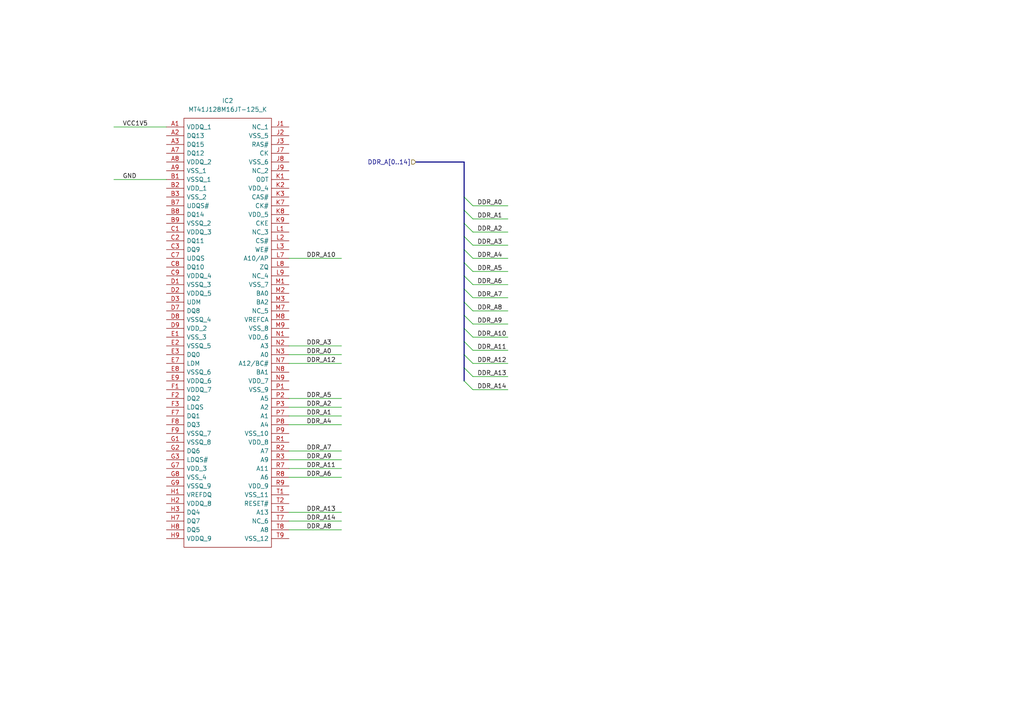
<source format=kicad_sch>
(kicad_sch (version 20211123) (generator eeschema)
  (paper "A4")
  (lib_symbols
    (symbol "MT41J128M16JT-125_K:MT41J128M16JT-125_K" (pin_names (offset 0.762))
      (property "Reference" "IC" (at 31.75 7.62 0))
      (property "Value" "MT41J128M16JT-125_K" (at 31.75 5.08 0))
      (symbol "MT41J128M16JT-125_K_0_0"
        (pin passive line (at 0 0 0) (length 5.08) (name "VDDQ_1") (number "A1"))
        (pin passive line (at 0 -2.54 0) (length 5.08) (name "DQ13") (number "A2"))
        (pin passive line (at 0 -5.08 0) (length 5.08) (name "DQ15") (number "A3"))
        (pin passive line (at 0 -7.62 0) (length 5.08) (name "DQ12") (number "A7"))
        (pin passive line (at 0 -10.16 0) (length 5.08) (name "VDDQ_2") (number "A8"))
        (pin passive line (at 0 -12.7 0) (length 5.08) (name "VSS_1") (number "A9"))
        (pin passive line (at 0 -15.24 0) (length 5.08) (name "VSSQ_1") (number "B1"))
        (pin passive line (at 0 -17.78 0) (length 5.08) (name "VDD_1") (number "B2"))
        (pin passive line (at 0 -20.32 0) (length 5.08) (name "VSS_2") (number "B3"))
        (pin passive line (at 0 -22.86 0) (length 5.08) (name "UDQS#") (number "B7"))
        (pin passive line (at 0 -25.4 0) (length 5.08) (name "DQ14") (number "B8"))
        (pin passive line (at 0 -27.94 0) (length 5.08) (name "VSSQ_2") (number "B9"))
        (pin passive line (at 0 -30.48 0) (length 5.08) (name "VDDQ_3") (number "C1"))
        (pin passive line (at 0 -33.02 0) (length 5.08) (name "DQ11") (number "C2"))
        (pin passive line (at 0 -35.56 0) (length 5.08) (name "DQ9") (number "C3"))
        (pin passive line (at 0 -38.1 0) (length 5.08) (name "UDQS") (number "C7"))
        (pin passive line (at 0 -40.64 0) (length 5.08) (name "DQ10") (number "C8"))
        (pin passive line (at 0 -43.18 0) (length 5.08) (name "VDDQ_4") (number "C9"))
        (pin passive line (at 0 -45.72 0) (length 5.08) (name "VSSQ_3") (number "D1"))
        (pin passive line (at 0 -48.26 0) (length 5.08) (name "VDDQ_5") (number "D2"))
        (pin passive line (at 0 -50.8 0) (length 5.08) (name "UDM") (number "D3"))
        (pin passive line (at 0 -53.34 0) (length 5.08) (name "DQ8") (number "D7"))
        (pin passive line (at 0 -55.88 0) (length 5.08) (name "VSSQ_4") (number "D8"))
        (pin passive line (at 0 -58.42 0) (length 5.08) (name "VDD_2") (number "D9"))
        (pin passive line (at 0 -60.96 0) (length 5.08) (name "VSS_3") (number "E1"))
        (pin passive line (at 0 -63.5 0) (length 5.08) (name "VSSQ_5") (number "E2"))
        (pin passive line (at 0 -66.04 0) (length 5.08) (name "DQ0") (number "E3"))
        (pin passive line (at 0 -68.58 0) (length 5.08) (name "LDM") (number "E7"))
        (pin passive line (at 0 -71.12 0) (length 5.08) (name "VSSQ_6") (number "E8"))
        (pin passive line (at 0 -73.66 0) (length 5.08) (name "VDDQ_6") (number "E9"))
        (pin passive line (at 0 -76.2 0) (length 5.08) (name "VDDQ_7") (number "F1"))
        (pin passive line (at 0 -78.74 0) (length 5.08) (name "DQ2") (number "F2"))
        (pin passive line (at 0 -81.28 0) (length 5.08) (name "LDQS") (number "F3"))
        (pin passive line (at 0 -83.82 0) (length 5.08) (name "DQ1") (number "F7"))
        (pin passive line (at 0 -86.36 0) (length 5.08) (name "DQ3") (number "F8"))
        (pin passive line (at 0 -88.9 0) (length 5.08) (name "VSSQ_7") (number "F9"))
        (pin passive line (at 0 -91.44 0) (length 5.08) (name "VSSQ_8") (number "G1"))
        (pin passive line (at 0 -93.98 0) (length 5.08) (name "DQ6") (number "G2"))
        (pin passive line (at 0 -96.52 0) (length 5.08) (name "LDQS#") (number "G3"))
        (pin passive line (at 0 -99.06 0) (length 5.08) (name "VDD_3") (number "G7"))
        (pin passive line (at 0 -101.6 0) (length 5.08) (name "VSS_4") (number "G8"))
        (pin passive line (at 0 -104.14 0) (length 5.08) (name "VSSQ_9") (number "G9"))
        (pin passive line (at 0 -106.68 0) (length 5.08) (name "VREFDQ") (number "H1"))
        (pin passive line (at 0 -109.22 0) (length 5.08) (name "VDDQ_8") (number "H2"))
        (pin passive line (at 0 -111.76 0) (length 5.08) (name "DQ4") (number "H3"))
        (pin passive line (at 0 -114.3 0) (length 5.08) (name "DQ7") (number "H7"))
        (pin passive line (at 0 -116.84 0) (length 5.08) (name "DQ5") (number "H8"))
        (pin passive line (at 0 -119.38 0) (length 5.08) (name "VDDQ_9") (number "H9"))
        (pin passive line (at 35.56 0 180) (length 5.08) (name "NC_1") (number "J1"))
        (pin passive line (at 35.56 -2.54 180) (length 5.08) (name "VSS_5") (number "J2"))
        (pin passive line (at 35.56 -5.08 180) (length 5.08) (name "RAS#") (number "J3"))
        (pin passive line (at 35.56 -7.62 180) (length 5.08) (name "CK") (number "J7"))
        (pin passive line (at 35.56 -10.16 180) (length 5.08) (name "VSS_6") (number "J8"))
        (pin passive line (at 35.56 -12.7 180) (length 5.08) (name "NC_2") (number "J9"))
        (pin passive line (at 35.56 -15.24 180) (length 5.08) (name "ODT") (number "K1"))
        (pin passive line (at 35.56 -17.78 180) (length 5.08) (name "VDD_4") (number "K2"))
        (pin passive line (at 35.56 -20.32 180) (length 5.08) (name "CAS#") (number "K3"))
        (pin passive line (at 35.56 -22.86 180) (length 5.08) (name "CK#") (number "K7"))
        (pin passive line (at 35.56 -25.4 180) (length 5.08) (name "VDD_5") (number "K8"))
        (pin passive line (at 35.56 -27.94 180) (length 5.08) (name "CKE") (number "K9"))
        (pin passive line (at 35.56 -30.48 180) (length 5.08) (name "NC_3") (number "L1"))
        (pin passive line (at 35.56 -33.02 180) (length 5.08) (name "CS#") (number "L2"))
        (pin passive line (at 35.56 -35.56 180) (length 5.08) (name "WE#") (number "L3"))
        (pin passive line (at 35.56 -38.1 180) (length 5.08) (name "A10/AP") (number "L7"))
        (pin passive line (at 35.56 -40.64 180) (length 5.08) (name "ZQ") (number "L8"))
        (pin passive line (at 35.56 -43.18 180) (length 5.08) (name "NC_4") (number "L9"))
        (pin passive line (at 35.56 -45.72 180) (length 5.08) (name "VSS_7") (number "M1"))
        (pin passive line (at 35.56 -48.26 180) (length 5.08) (name "BA0") (number "M2"))
        (pin passive line (at 35.56 -50.8 180) (length 5.08) (name "BA2") (number "M3"))
        (pin passive line (at 35.56 -53.34 180) (length 5.08) (name "NC_5") (number "M7"))
        (pin passive line (at 35.56 -55.88 180) (length 5.08) (name "VREFCA") (number "M8"))
        (pin passive line (at 35.56 -58.42 180) (length 5.08) (name "VSS_8") (number "M9"))
        (pin passive line (at 35.56 -60.96 180) (length 5.08) (name "VDD_6") (number "N1"))
        (pin passive line (at 35.56 -63.5 180) (length 5.08) (name "A3") (number "N2"))
        (pin passive line (at 35.56 -66.04 180) (length 5.08) (name "A0") (number "N3"))
        (pin passive line (at 35.56 -68.58 180) (length 5.08) (name "A12/BC#") (number "N7"))
        (pin passive line (at 35.56 -71.12 180) (length 5.08) (name "BA1") (number "N8"))
        (pin passive line (at 35.56 -73.66 180) (length 5.08) (name "VDD_7") (number "N9"))
        (pin passive line (at 35.56 -76.2 180) (length 5.08) (name "VSS_9") (number "P1"))
        (pin passive line (at 35.56 -78.74 180) (length 5.08) (name "A5") (number "P2"))
        (pin passive line (at 35.56 -81.28 180) (length 5.08) (name "A2") (number "P3"))
        (pin passive line (at 35.56 -83.82 180) (length 5.08) (name "A1") (number "P7"))
        (pin passive line (at 35.56 -86.36 180) (length 5.08) (name "A4") (number "P8"))
        (pin passive line (at 35.56 -88.9 180) (length 5.08) (name "VSS_10") (number "P9"))
        (pin passive line (at 35.56 -91.44 180) (length 5.08) (name "VDD_8") (number "R1"))
        (pin passive line (at 35.56 -93.98 180) (length 5.08) (name "A7") (number "R2"))
        (pin passive line (at 35.56 -96.52 180) (length 5.08) (name "A9") (number "R3"))
        (pin passive line (at 35.56 -99.06 180) (length 5.08) (name "A11") (number "R7"))
        (pin passive line (at 35.56 -101.6 180) (length 5.08) (name "A6") (number "R8"))
        (pin passive line (at 35.56 -104.14 180) (length 5.08) (name "VDD_9") (number "R9"))
        (pin passive line (at 35.56 -106.68 180) (length 5.08) (name "VSS_11") (number "T1"))
        (pin passive line (at 35.56 -109.22 180) (length 5.08) (name "RESET#") (number "T2"))
        (pin passive line (at 35.56 -111.76 180) (length 5.08) (name "A13") (number "T3"))
        (pin passive line (at 35.56 -114.3 180) (length 5.08) (name "NC_6") (number "T7"))
        (pin passive line (at 35.56 -116.84 180) (length 5.08) (name "A8") (number "T8"))
        (pin passive line (at 35.56 -119.38 180) (length 5.08) (name "VSS_12") (number "T9"))
      )
      (symbol "MT41J128M16JT-125_K_0_1"
        (polyline (pts (xy 5.08 2.54) (xy 30.48 2.54) (xy 30.48 -121.92) (xy 5.08 -121.92) (xy 5.08 2.54)) (stroke (width 0.1524)))
      )
    )
  )
  (bus_entry (at 134.62 99.06) (size 2.54 2.54))
  (bus_entry (at 137.16 82.55) (size -2.54 -2.54))
  (bus_entry (at 134.62 72.39) (size 2.54 2.54))
  (bus_entry (at 134.62 64.77) (size 2.54 2.54))
  (bus_entry (at 137.16 105.41) (size -2.54 -2.54))
  (bus_entry (at 137.16 59.69) (size -2.54 -2.54))
  (bus_entry (at 137.16 93.98) (size -2.54 -2.54))
  (bus_entry (at 134.62 87.63) (size 2.54 2.54))
  (bus_entry (at 134.62 83.82) (size 2.54 2.54))
  (bus_entry (at 134.62 95.25) (size 2.54 2.54))
  (bus_entry (at 137.16 71.12) (size -2.54 -2.54))
  (bus_entry (at 134.62 60.96) (size 2.54 2.54))
  (bus_entry (at 134.62 110.49) (size 2.54 2.54))
  (bus_entry (at 134.62 106.68) (size 2.54 2.54))
  (bus_entry (at 134.62 76.2) (size 2.54 2.54))
  (wire (pts (xy 137.16 63.5) (xy 147.32 63.5)))
  (bus (pts (xy 134.62 64.77) (xy 134.62 68.58)))
  (wire (pts (xy 48.26 52.07) (xy 33.02 52.07)))
  (wire (pts (xy 99.06 151.13) (xy 83.82 151.13)))
  (wire (pts (xy 147.32 82.55) (xy 137.16 82.55)))
  (wire (pts (xy 48.26 36.83) (xy 33.02 36.83)))
  (bus (pts (xy 134.62 68.58) (xy 134.62 72.39)))
  (bus (pts (xy 134.62 83.82) (xy 134.62 87.63)))
  (wire (pts (xy 147.32 113.03) (xy 137.16 113.03)))
  (wire (pts (xy 99.06 148.59) (xy 83.82 148.59)))
  (wire (pts (xy 147.32 90.17) (xy 137.16 90.17)))
  (bus (pts (xy 134.62 95.25) (xy 134.62 99.06)))
  (wire (pts (xy 137.16 74.93) (xy 147.32 74.93)))
  (wire (pts (xy 137.16 109.22) (xy 147.32 109.22)))
  (wire (pts (xy 99.06 74.93) (xy 83.82 74.93)))
  (bus (pts (xy 134.62 80.01) (xy 134.62 83.82)))
  (wire (pts (xy 99.06 100.33) (xy 83.82 100.33)))
  (wire (pts (xy 99.06 118.11) (xy 83.82 118.11)))
  (bus (pts (xy 134.62 91.44) (xy 134.62 95.25)))
  (wire (pts (xy 99.06 105.41) (xy 83.82 105.41)))
  (wire (pts (xy 147.32 93.98) (xy 137.16 93.98)))
  (wire (pts (xy 137.16 86.36) (xy 147.32 86.36)))
  (wire (pts (xy 99.06 130.81) (xy 83.82 130.81)))
  (wire (pts (xy 99.06 138.43) (xy 83.82 138.43)))
  (wire (pts (xy 147.32 71.12) (xy 137.16 71.12)))
  (bus (pts (xy 134.62 72.39) (xy 134.62 76.2)))
  (bus (pts (xy 134.62 102.87) (xy 134.62 106.68)))
  (bus (pts (xy 120.65 46.99) (xy 134.62 46.99)))
  (wire (pts (xy 99.06 123.19) (xy 83.82 123.19)))
  (wire (pts (xy 83.82 120.65) (xy 99.06 120.65)))
  (wire (pts (xy 147.32 101.6) (xy 137.16 101.6)))
  (wire (pts (xy 147.32 105.41) (xy 137.16 105.41)))
  (wire (pts (xy 147.32 78.74) (xy 137.16 78.74)))
  (wire (pts (xy 137.16 97.79) (xy 147.32 97.79)))
  (bus (pts (xy 134.62 99.06) (xy 134.62 102.87)))
  (wire (pts (xy 99.06 102.87) (xy 83.82 102.87)))
  (wire (pts (xy 147.32 59.69) (xy 137.16 59.69)))
  (bus (pts (xy 134.62 106.68) (xy 134.62 110.49)))
  (bus (pts (xy 134.62 57.15) (xy 134.62 60.96)))
  (wire (pts (xy 99.06 153.67) (xy 83.82 153.67)))
  (wire (pts (xy 147.32 67.31) (xy 137.16 67.31)))
  (wire (pts (xy 99.06 133.35) (xy 83.82 133.35)))
  (bus (pts (xy 134.62 46.99) (xy 134.62 57.15)))
  (bus (pts (xy 134.62 87.63) (xy 134.62 91.44)))
  (wire (pts (xy 99.06 135.89) (xy 83.82 135.89)))
  (wire (pts (xy 99.06 115.57) (xy 83.82 115.57)))
  (bus (pts (xy 134.62 76.2) (xy 134.62 80.01)))
  (bus (pts (xy 134.62 60.96) (xy 134.62 64.77)))
  (label "DDR_A3" (at 88.9 100.33 0))
  (label "VCC1V5" (at 35.56 36.83 0))
  (label "DDR_A2" (at 138.43 67.31 0))
  (label "DDR_A12" (at 138.43 105.41 0))
  (label "GND" (at 35.56 52.07 0))
  (label "DDR_A14" (at 88.9 151.13 0))
  (label "DDR_A9" (at 138.43 93.98 0))
  (label "DDR_A8" (at 138.43 90.17 0))
  (label "DDR_A5" (at 88.9 115.57 0))
  (label "DDR_A5" (at 138.43 78.74 0))
  (label "DDR_A10" (at 138.43 97.79 0))
  (label "DDR_A14" (at 138.43 113.03 0))
  (label "DDR_A0" (at 138.43 59.69 0))
  (label "DDR_A8" (at 88.9 153.67 0))
  (label "DDR_A1" (at 138.43 63.5 0))
  (label "DDR_A12" (at 88.9 105.41 0))
  (label "DDR_A13" (at 138.43 109.22 0))
  (label "DDR_A4" (at 88.9 123.19 0))
  (label "DDR_A10" (at 88.9 74.93 0))
  (label "DDR_A3" (at 138.43 71.12 0))
  (label "DDR_A6" (at 88.9 138.43 0))
  (label "DDR_A7" (at 138.43 86.36 0))
  (label "DDR_A11" (at 138.43 101.6 0))
  (label "DDR_A9" (at 88.9 133.35 0))
  (label "DDR_A2" (at 88.9 118.11 0))
  (label "DDR_A13" (at 88.9 148.59 0))
  (label "DDR_A1" (at 88.9 120.65 0))
  (label "DDR_A11" (at 88.9 135.89 0))
  (label "DDR_A0" (at 88.9 102.87 0))
  (label "DDR_A7" (at 88.9 130.81 0))
  (label "DDR_A4" (at 138.43 74.93 0))
  (label "DDR_A6" (at 138.43 82.55 0))
  (hierarchical_label "DDR_A[0..14]" (shape input) (at 120.65 46.99 180))
  (symbol (lib_id "MT41J128M16JT-125_K:MT41J128M16JT-125_K") (at 48.26 36.83 0) (unit 1)
    (property "Reference" "IC2" (at 66.04 29.21 0))
    (property "Value" "MT41J128M16JT-125_K" (at 66.04 31.75 0))
    (property "Footprint" "DDR:BGA96C80P9X16_800X1400X120" (effects hide))
    (property "Datasheet" "https://www.micron.com/products/dram/ddr3-sdram/part-catalog/mt41j128m16jt-125" (effects hide))
    (property "Description" "DRAM DDR3 2G 128MX16 FBGA" (effects hide))
    (property "Height" "1.2" (effects hide))
    (property "Manufacturer_Name" "Micron" (effects hide))
    (property "Manufacturer_Part_Number" "MT41J128M16JT-125:K" (effects hide))
    (property "Mouser Part Number" "340-135528-TRAY" (effects hide))
    (property "Mouser Price/Stock" "https://www.mouser.co.uk/ProductDetail/Micron/MT41J128M16JT-125K?qs=rrS6PyfT74eQf%2F5CTa15nA%3D%3D" (effects hide))
    (property "Arrow Part Number" "MT41J128M16JT-125:K" (effects hide))
    (property "Arrow Price/Stock" "https://www.arrow.com/en/products/mt41j128m16jt-125k/micron-technology" (effects hide))
  )
)
</source>
